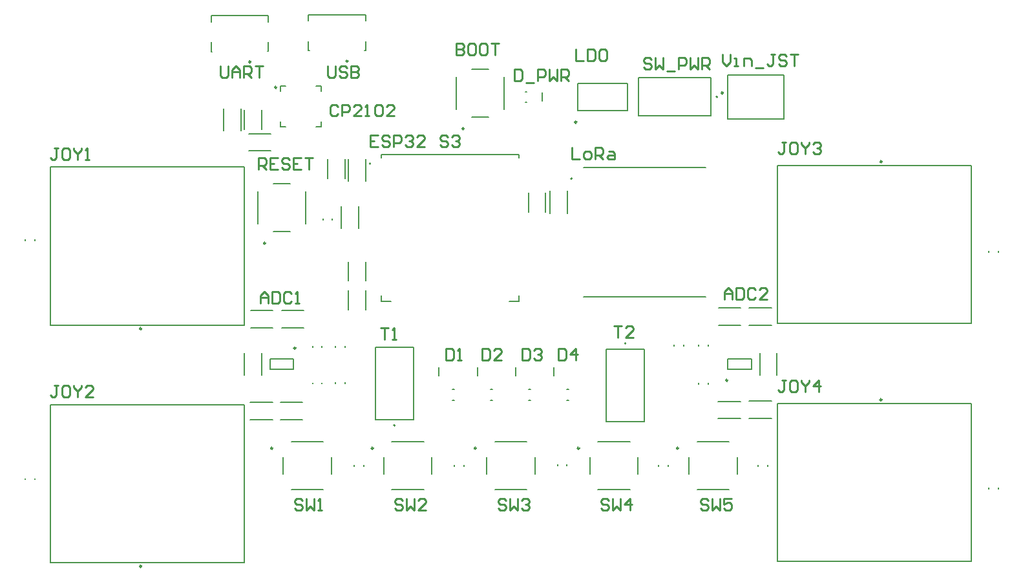
<source format=gto>
G04*
G04 #@! TF.GenerationSoftware,Altium Limited,Altium Designer,25.2.1 (25)*
G04*
G04 Layer_Color=65535*
%FSLAX44Y44*%
%MOMM*%
G71*
G04*
G04 #@! TF.SameCoordinates,47AF1686-E751-4D8C-A91A-F2C49F431613*
G04*
G04*
G04 #@! TF.FilePolarity,Positive*
G04*
G01*
G75*
%ADD10C,0.2500*%
%ADD11C,0.2000*%
%ADD12C,0.1270*%
%ADD13C,0.2540*%
%ADD14R,0.2000X1.2000*%
D10*
X329250Y695750D02*
G03*
X329250Y695750I-1250J0D01*
G01*
X456750Y696750D02*
G03*
X456750Y696750I-1250J0D01*
G01*
X363250Y662500D02*
G03*
X363250Y662500I-1250J0D01*
G01*
X608750Y608500D02*
G03*
X608750Y608500I-1250J0D01*
G01*
X348750Y458500D02*
G03*
X348750Y458500I-1250J0D01*
G01*
X954250Y279000D02*
G03*
X954250Y279000I-1250J0D01*
G01*
X889750Y190000D02*
G03*
X889750Y190000I-1250J0D01*
G01*
X759750Y190000D02*
G03*
X759750Y190000I-1250J0D01*
G01*
X624750D02*
G03*
X624750Y190000I-1250J0D01*
G01*
X489750D02*
G03*
X489750Y190000I-1250J0D01*
G01*
X358169Y190000D02*
G03*
X358169Y190000I-1250J0D01*
G01*
X1156250Y565250D02*
G03*
X1156250Y565250I-1250J0D01*
G01*
X186250Y346500D02*
G03*
X186250Y346500I-1250J0D01*
G01*
Y35500D02*
G03*
X186250Y35500I-1250J0D01*
G01*
X948290Y655250D02*
G03*
X948290Y655250I-1250J0D01*
G01*
X388250Y321000D02*
G03*
X388250Y321000I-1250J0D01*
G01*
X756250Y617050D02*
G03*
X756250Y617050I-1250J0D01*
G01*
X1156250Y253500D02*
G03*
X1156250Y253500I-1250J0D01*
G01*
D11*
X486550Y562600D02*
G03*
X486550Y562600I-1000J0D01*
G01*
X941000Y650000D02*
G03*
X941000Y650000I-1000J0D01*
G01*
X518500Y220000D02*
G03*
X518500Y220000I-1000J0D01*
G01*
X821000Y327500D02*
G03*
X821000Y327500I-1000J0D01*
G01*
X750545Y542956D02*
G03*
X750545Y542956I-1000J0D01*
G01*
X277550Y756499D02*
X352450D01*
X277547Y748380D02*
Y756500D01*
Y709500D02*
Y721620D01*
Y709500D02*
X278850D01*
X351140Y709547D02*
X352453D01*
Y721620D01*
X352450Y748380D02*
Y756499D01*
X480010Y539536D02*
Y568698D01*
X457448Y539536D02*
Y568698D01*
X447898Y477851D02*
Y507012D01*
X470460Y477851D02*
Y507012D01*
X452908Y543048D02*
Y568210D01*
X430408Y543048D02*
Y568210D01*
X343781Y285419D02*
Y314581D01*
X321219Y285419D02*
Y314581D01*
X480010Y371723D02*
Y396885D01*
X457510Y371723D02*
Y396885D01*
Y409114D02*
Y434276D01*
X480010Y409114D02*
Y434276D01*
X369584Y347581D02*
X398746D01*
X369584Y370143D02*
X398746D01*
X326414Y601879D02*
X355576D01*
X326414Y579317D02*
X355576D01*
X329052Y370143D02*
X358214D01*
X329052Y347581D02*
X358214D01*
X328540Y249906D02*
X357702D01*
X328540Y227344D02*
X357702D01*
X367982D02*
X397144D01*
X367982Y249906D02*
X397144D01*
X941615Y251242D02*
X970777D01*
X941615Y228680D02*
X970777D01*
X982298Y229160D02*
X1011460D01*
X982298Y251722D02*
X1011460D01*
X982298Y351000D02*
X1011460D01*
X982298Y373562D02*
X1011460D01*
X942298D02*
X971460D01*
X942298Y351000D02*
X971460D01*
X996219Y285419D02*
Y314581D01*
X1018781Y285419D02*
Y314581D01*
X744005Y497731D02*
Y526893D01*
X721443Y497731D02*
Y526893D01*
X293719Y605419D02*
Y634581D01*
X316281Y605419D02*
Y634581D01*
X343750Y607419D02*
Y632581D01*
X321250Y607419D02*
Y632581D01*
X436250Y489274D02*
Y490726D01*
X423750Y489274D02*
Y490726D01*
X440338Y275022D02*
Y276474D01*
X452838Y275022D02*
Y276474D01*
X410338Y274513D02*
Y275965D01*
X422838Y274513D02*
Y275965D01*
X440338Y322522D02*
Y323974D01*
X452838Y322522D02*
Y323974D01*
X422838Y322522D02*
Y323974D01*
X410338Y322522D02*
Y323974D01*
X1296250Y136774D02*
Y138226D01*
X1308750Y136774D02*
Y138226D01*
X1308750Y446774D02*
Y448226D01*
X1296250Y446774D02*
Y448226D01*
X46250Y149274D02*
Y150726D01*
X33750Y149274D02*
Y150726D01*
X46250Y461774D02*
Y463226D01*
X33750Y461774D02*
Y463226D01*
X896250Y324274D02*
Y325726D01*
X883750Y324274D02*
Y325726D01*
X928750Y324274D02*
Y325726D01*
X916250Y324274D02*
Y325726D01*
Y273765D02*
Y275217D01*
X928750Y273765D02*
Y275217D01*
X688750Y643000D02*
X691250D01*
X688750Y657000D02*
X691250D01*
X593750Y253000D02*
X596250D01*
X593750Y267000D02*
X596250D01*
X477169Y166774D02*
Y168226D01*
X464669Y166774D02*
Y168226D01*
X608750Y166774D02*
Y168226D01*
X596250Y166774D02*
Y168226D01*
X643750Y267000D02*
X646250D01*
X643750Y253000D02*
X646250D01*
X731250Y167283D02*
Y168735D01*
X743750Y167283D02*
Y168735D01*
X876250Y166774D02*
Y168226D01*
X863750Y166774D02*
Y168226D01*
X693750Y267000D02*
X696250D01*
X693750Y253000D02*
X696250D01*
X1006250Y166774D02*
Y168226D01*
X993750Y166774D02*
Y168226D01*
X479950Y749380D02*
Y757499D01*
X479953Y710547D02*
Y722620D01*
X478640Y710547D02*
X479953D01*
X405047Y710500D02*
X406350D01*
X405047Y710500D02*
Y722620D01*
Y749380D02*
Y757500D01*
X405050Y757499D02*
X479950D01*
X743750Y267000D02*
X746250D01*
X743750Y253000D02*
X746250D01*
X368500Y611000D02*
X375000D01*
X368500D02*
Y617500D01*
X415000Y611000D02*
X421500D01*
Y617500D01*
Y657500D02*
Y664000D01*
X415000D02*
X421500D01*
X368500D02*
X375000D01*
X368500Y657500D02*
Y664000D01*
X619000Y623500D02*
X641000D01*
X661500Y634000D02*
Y676000D01*
X619000Y686500D02*
X641000D01*
X598500Y634000D02*
Y676000D01*
X359000Y473500D02*
X381000D01*
X401500Y484000D02*
Y526000D01*
X359000Y536500D02*
X381000D01*
X338500Y484000D02*
Y526000D01*
X954500Y293000D02*
X985500D01*
X954500Y307000D02*
X985500D01*
X954500Y293000D02*
Y307000D01*
X985500Y293000D02*
Y307000D01*
X914000Y199000D02*
X956000D01*
X966500Y156500D02*
Y178500D01*
X914000Y136000D02*
X956000D01*
X903500Y156500D02*
Y178500D01*
X784000Y199000D02*
X826000D01*
X836500Y156500D02*
Y178500D01*
X784000Y136000D02*
X826000D01*
X773500Y156500D02*
Y178500D01*
X649000Y199000D02*
X691000D01*
X701500Y156500D02*
Y178500D01*
X649000Y136000D02*
X691000D01*
X638500Y156500D02*
Y178500D01*
X514000Y199000D02*
X556000D01*
X566500Y156500D02*
Y178500D01*
X514000Y136000D02*
X556000D01*
X503500Y156500D02*
Y178500D01*
X382419Y199000D02*
X424419D01*
X434919Y156500D02*
Y178500D01*
X382419Y136000D02*
X424419D01*
X371919Y156500D02*
Y178500D01*
X715555Y499348D02*
Y524510D01*
X693055Y499348D02*
Y524510D01*
X1019500Y353500D02*
X1273500D01*
Y560500D01*
X1019500D02*
X1273500D01*
X1019500Y353500D02*
Y560500D01*
X66500Y558250D02*
X320500D01*
X66500Y351250D02*
Y558250D01*
Y351250D02*
X320500D01*
Y558250D01*
X66500Y247250D02*
X320500D01*
X66500Y40250D02*
Y247250D01*
Y40250D02*
X320500D01*
Y247250D01*
X953790Y621250D02*
Y678750D01*
Y621250D02*
X1027790D01*
Y678750D01*
X953790D02*
X1027790D01*
X354500Y293000D02*
Y307000D01*
X385500Y293000D02*
Y307000D01*
X354500Y293000D02*
X385500D01*
X354500Y307000D02*
X385500D01*
X757475Y632475D02*
X822525D01*
Y667525D01*
X757475D02*
X822525D01*
X757475Y632475D02*
Y667525D01*
X1019500Y41750D02*
X1273500D01*
Y248750D01*
X1019500D02*
X1273500D01*
X1019500Y41750D02*
Y248750D01*
D12*
X680550Y570300D02*
Y574500D01*
Y382500D02*
Y389800D01*
X500550Y382500D02*
X513000D01*
X668100D02*
X680550D01*
X500550Y570300D02*
Y574500D01*
Y382500D02*
Y389800D01*
Y574500D02*
X680550D01*
X837500Y625000D02*
Y675000D01*
Y625000D02*
X932500D01*
Y675000D01*
X837500D02*
X932500D01*
X492500Y322500D02*
X542500D01*
X492500Y227500D02*
Y322500D01*
Y227500D02*
X542500D01*
Y322500D01*
X795000Y225000D02*
X845000D01*
Y320000D01*
X795000D02*
X845000D01*
X795000Y225000D02*
Y320000D01*
X765305Y557956D02*
X925305D01*
X765305Y387956D02*
X925305D01*
D13*
X685040Y320275D02*
Y305040D01*
X692657D01*
X695197Y307579D01*
Y317736D01*
X692657Y320275D01*
X685040D01*
X700275Y317736D02*
X702814Y320275D01*
X707893D01*
X710432Y317736D01*
Y315197D01*
X707893Y312658D01*
X705353D01*
X707893D01*
X710432Y310118D01*
Y307579D01*
X707893Y305040D01*
X702814D01*
X700275Y307579D01*
X585040Y320275D02*
Y305040D01*
X592658D01*
X595197Y307579D01*
Y317736D01*
X592658Y320275D01*
X585040D01*
X600275Y305040D02*
X605353D01*
X602814D01*
Y320275D01*
X600275Y317736D01*
X289569Y690117D02*
Y677422D01*
X292108Y674883D01*
X297187D01*
X299726Y677422D01*
Y690117D01*
X304804Y674883D02*
Y685039D01*
X309883Y690117D01*
X314961Y685039D01*
Y674883D01*
Y682500D01*
X304804D01*
X320039Y674883D02*
Y690117D01*
X327657D01*
X330196Y687578D01*
Y682500D01*
X327657Y679961D01*
X320039D01*
X325117D02*
X330196Y674883D01*
X335274Y690117D02*
X345431D01*
X340353D01*
Y674883D01*
X443260Y637578D02*
X440721Y640117D01*
X435643D01*
X433104Y637578D01*
Y627422D01*
X435643Y624883D01*
X440721D01*
X443260Y627422D01*
X448339Y624883D02*
Y640117D01*
X455956D01*
X458495Y637578D01*
Y632500D01*
X455956Y629961D01*
X448339D01*
X473730Y624883D02*
X463574D01*
X473730Y635039D01*
Y637578D01*
X471191Y640117D01*
X466113D01*
X463574Y637578D01*
X478809Y624883D02*
X483887D01*
X481348D01*
Y640117D01*
X478809Y637578D01*
X491505D02*
X494044Y640117D01*
X499122D01*
X501661Y637578D01*
Y627422D01*
X499122Y624883D01*
X494044D01*
X491505Y627422D01*
Y637578D01*
X516897Y624883D02*
X506740D01*
X516897Y635039D01*
Y637578D01*
X514357Y640117D01*
X509279D01*
X506740Y637578D01*
X598932Y720085D02*
Y704850D01*
X606549D01*
X609089Y707389D01*
Y709928D01*
X606549Y712467D01*
X598932D01*
X606549D01*
X609089Y715007D01*
Y717546D01*
X606549Y720085D01*
X598932D01*
X621785D02*
X616706D01*
X614167Y717546D01*
Y707389D01*
X616706Y704850D01*
X621785D01*
X624324Y707389D01*
Y717546D01*
X621785Y720085D01*
X637020D02*
X631941D01*
X629402Y717546D01*
Y707389D01*
X631941Y704850D01*
X637020D01*
X639559Y707389D01*
Y717546D01*
X637020Y720085D01*
X644637D02*
X654794D01*
X649716D01*
Y704850D01*
X496323Y600057D02*
X486166D01*
Y584822D01*
X496323D01*
X486166Y592439D02*
X491244D01*
X511558Y597518D02*
X509019Y600057D01*
X503940D01*
X501401Y597518D01*
Y594979D01*
X503940Y592439D01*
X509019D01*
X511558Y589900D01*
Y587361D01*
X509019Y584822D01*
X503940D01*
X501401Y587361D01*
X516636Y584822D02*
Y600057D01*
X524254D01*
X526793Y597518D01*
Y592439D01*
X524254Y589900D01*
X516636D01*
X531871Y597518D02*
X534410Y600057D01*
X539489D01*
X542028Y597518D01*
Y594979D01*
X539489Y592439D01*
X536950D01*
X539489D01*
X542028Y589900D01*
Y587361D01*
X539489Y584822D01*
X534410D01*
X531871Y587361D01*
X557263Y584822D02*
X547106D01*
X557263Y594979D01*
Y597518D01*
X554724Y600057D01*
X549646D01*
X547106Y597518D01*
X587733D02*
X585194Y600057D01*
X580116D01*
X577576Y597518D01*
Y594979D01*
X580116Y592439D01*
X585194D01*
X587733Y589900D01*
Y587361D01*
X585194Y584822D01*
X580116D01*
X577576Y587361D01*
X592812Y597518D02*
X595351Y600057D01*
X600429D01*
X602968Y597518D01*
Y594979D01*
X600429Y592439D01*
X597890D01*
X600429D01*
X602968Y589900D01*
Y587361D01*
X600429Y584822D01*
X595351D01*
X592812Y587361D01*
X947166Y706115D02*
Y695958D01*
X952244Y690880D01*
X957323Y695958D01*
Y706115D01*
X962401Y690880D02*
X967479D01*
X964940D01*
Y701037D01*
X962401D01*
X975097Y690880D02*
Y701037D01*
X982714D01*
X985254Y698497D01*
Y690880D01*
X990332Y688341D02*
X1000489D01*
X1015724Y706115D02*
X1010646D01*
X1013185D01*
Y693419D01*
X1010646Y690880D01*
X1008106D01*
X1005567Y693419D01*
X1030959Y703576D02*
X1028420Y706115D01*
X1023341D01*
X1020802Y703576D01*
Y701037D01*
X1023341Y698497D01*
X1028420D01*
X1030959Y695958D01*
Y693419D01*
X1028420Y690880D01*
X1023341D01*
X1020802Y693419D01*
X1036037Y706115D02*
X1046194D01*
X1041116D01*
Y690880D01*
X429687Y690117D02*
Y677422D01*
X432226Y674883D01*
X437304D01*
X439843Y677422D01*
Y690117D01*
X455078Y687578D02*
X452539Y690117D01*
X447461D01*
X444922Y687578D01*
Y685039D01*
X447461Y682500D01*
X452539D01*
X455078Y679961D01*
Y677422D01*
X452539Y674883D01*
X447461D01*
X444922Y677422D01*
X460157Y690117D02*
Y674883D01*
X467774D01*
X470313Y677422D01*
Y679961D01*
X467774Y682500D01*
X460157D01*
X467774D01*
X470313Y685039D01*
Y687578D01*
X467774Y690117D01*
X460157D01*
X854491Y698848D02*
X851952Y701387D01*
X846873D01*
X844334Y698848D01*
Y696309D01*
X846873Y693770D01*
X851952D01*
X854491Y691230D01*
Y688691D01*
X851952Y686152D01*
X846873D01*
X844334Y688691D01*
X859569Y701387D02*
Y686152D01*
X864647Y691230D01*
X869726Y686152D01*
Y701387D01*
X874804Y683613D02*
X884961D01*
X890039Y686152D02*
Y701387D01*
X897657D01*
X900196Y698848D01*
Y693770D01*
X897657Y691230D01*
X890039D01*
X905274Y701387D02*
Y686152D01*
X910353Y691230D01*
X915431Y686152D01*
Y701387D01*
X920509Y686152D02*
Y701387D01*
X928127D01*
X930666Y698848D01*
Y693770D01*
X928127Y691230D01*
X920509D01*
X925588D02*
X930666Y686152D01*
X928649Y121230D02*
X926110Y123769D01*
X921031D01*
X918492Y121230D01*
Y118691D01*
X921031Y116152D01*
X926110D01*
X928649Y113612D01*
Y111073D01*
X926110Y108534D01*
X921031D01*
X918492Y111073D01*
X933727Y123769D02*
Y108534D01*
X938805Y113612D01*
X943884Y108534D01*
Y123769D01*
X959119D02*
X948962D01*
Y116152D01*
X954041Y118691D01*
X956580D01*
X959119Y116152D01*
Y111073D01*
X956580Y108534D01*
X951501D01*
X948962Y111073D01*
X798611Y121344D02*
X796071Y123883D01*
X790993D01*
X788454Y121344D01*
Y118805D01*
X790993Y116265D01*
X796071D01*
X798611Y113726D01*
Y111187D01*
X796071Y108648D01*
X790993D01*
X788454Y111187D01*
X803689Y123883D02*
Y108648D01*
X808767Y113726D01*
X813846Y108648D01*
Y123883D01*
X826542Y108648D02*
Y123883D01*
X818924Y116265D01*
X829081D01*
X663737Y121344D02*
X661198Y123883D01*
X656119D01*
X653580Y121344D01*
Y118805D01*
X656119Y116265D01*
X661198D01*
X663737Y113726D01*
Y111187D01*
X661198Y108648D01*
X656119D01*
X653580Y111187D01*
X668815Y123883D02*
Y108648D01*
X673893Y113726D01*
X678972Y108648D01*
Y123883D01*
X684050Y121344D02*
X686589Y123883D01*
X691668D01*
X694207Y121344D01*
Y118805D01*
X691668Y116265D01*
X689128D01*
X691668D01*
X694207Y113726D01*
Y111187D01*
X691668Y108648D01*
X686589D01*
X684050Y111187D01*
X528609Y121344D02*
X526069Y123883D01*
X520991D01*
X518452Y121344D01*
Y118805D01*
X520991Y116265D01*
X526069D01*
X528609Y113726D01*
Y111187D01*
X526069Y108648D01*
X520991D01*
X518452Y111187D01*
X533687Y123883D02*
Y108648D01*
X538765Y113726D01*
X543844Y108648D01*
Y123883D01*
X559079Y108648D02*
X548922D01*
X559079Y118805D01*
Y121344D01*
X556540Y123883D01*
X551461D01*
X548922Y121344D01*
X397027Y121230D02*
X394488Y123769D01*
X389409D01*
X386870Y121230D01*
Y118691D01*
X389409Y116152D01*
X394488D01*
X397027Y113612D01*
Y111073D01*
X394488Y108534D01*
X389409D01*
X386870Y111073D01*
X402105Y123769D02*
Y108534D01*
X407183Y113612D01*
X412262Y108534D01*
Y123769D01*
X417340Y108534D02*
X422419D01*
X419879D01*
Y123769D01*
X417340Y121230D01*
X804804Y350117D02*
X814961D01*
X809883D01*
Y334883D01*
X830196D02*
X820039D01*
X830196Y345039D01*
Y347578D01*
X827657Y350117D01*
X822578D01*
X820039Y347578D01*
X499843Y347617D02*
X510000D01*
X504922D01*
Y332383D01*
X515078D02*
X520157D01*
X517618D01*
Y347617D01*
X515078Y345078D01*
X339090Y554990D02*
Y570225D01*
X346707D01*
X349247Y567686D01*
Y562607D01*
X346707Y560068D01*
X339090D01*
X344168D02*
X349247Y554990D01*
X364482Y570225D02*
X354325D01*
Y554990D01*
X364482D01*
X354325Y562607D02*
X359403D01*
X379717Y567686D02*
X377178Y570225D01*
X372099D01*
X369560Y567686D01*
Y565147D01*
X372099Y562607D01*
X377178D01*
X379717Y560068D01*
Y557529D01*
X377178Y554990D01*
X372099D01*
X369560Y557529D01*
X394952Y570225D02*
X384795D01*
Y554990D01*
X394952D01*
X384795Y562607D02*
X389874D01*
X400030Y570225D02*
X410187D01*
X405109D01*
Y554990D01*
X750062Y583687D02*
Y568452D01*
X760219D01*
X767836D02*
X772915D01*
X775454Y570991D01*
Y576069D01*
X772915Y578609D01*
X767836D01*
X765297Y576069D01*
Y570991D01*
X767836Y568452D01*
X780532D02*
Y583687D01*
X788150D01*
X790689Y581148D01*
Y576069D01*
X788150Y573530D01*
X780532D01*
X785611D02*
X790689Y568452D01*
X798306Y578609D02*
X803385D01*
X805924Y576069D01*
Y568452D01*
X798306D01*
X795767Y570991D01*
X798306Y573530D01*
X805924D01*
X755142Y712719D02*
Y697484D01*
X765299D01*
X770377Y712719D02*
Y697484D01*
X777995D01*
X780534Y700023D01*
Y710180D01*
X777995Y712719D01*
X770377D01*
X793230D02*
X788151D01*
X785612Y710180D01*
Y700023D01*
X788151Y697484D01*
X793230D01*
X795769Y700023D01*
Y710180D01*
X793230Y712719D01*
X1030231Y278747D02*
X1025152D01*
X1027691D01*
Y266051D01*
X1025152Y263512D01*
X1022613D01*
X1020074Y266051D01*
X1042927Y278747D02*
X1037848D01*
X1035309Y276208D01*
Y266051D01*
X1037848Y263512D01*
X1042927D01*
X1045466Y266051D01*
Y276208D01*
X1042927Y278747D01*
X1050544D02*
Y276208D01*
X1055622Y271129D01*
X1060701Y276208D01*
Y278747D01*
X1055622Y271129D02*
Y263512D01*
X1073397D02*
Y278747D01*
X1065779Y271129D01*
X1075936D01*
X1030231Y590659D02*
X1025152D01*
X1027691D01*
Y577963D01*
X1025152Y575424D01*
X1022613D01*
X1020074Y577963D01*
X1042927Y590659D02*
X1037848D01*
X1035309Y588120D01*
Y577963D01*
X1037848Y575424D01*
X1042927D01*
X1045466Y577963D01*
Y588120D01*
X1042927Y590659D01*
X1050544D02*
Y588120D01*
X1055622Y583041D01*
X1060701Y588120D01*
Y590659D01*
X1055622Y583041D02*
Y575424D01*
X1065779Y588120D02*
X1068318Y590659D01*
X1073397D01*
X1075936Y588120D01*
Y585581D01*
X1073397Y583041D01*
X1070857D01*
X1073397D01*
X1075936Y580502D01*
Y577963D01*
X1073397Y575424D01*
X1068318D01*
X1065779Y577963D01*
X77223Y272143D02*
X72144D01*
X74683D01*
Y259447D01*
X72144Y256908D01*
X69605D01*
X67066Y259447D01*
X89919Y272143D02*
X84840D01*
X82301Y269604D01*
Y259447D01*
X84840Y256908D01*
X89919D01*
X92458Y259447D01*
Y269604D01*
X89919Y272143D01*
X97536D02*
Y269604D01*
X102614Y264526D01*
X107693Y269604D01*
Y272143D01*
X102614Y264526D02*
Y256908D01*
X122928D02*
X112771D01*
X122928Y267065D01*
Y269604D01*
X120389Y272143D01*
X115310D01*
X112771Y269604D01*
X77223Y583039D02*
X72144D01*
X74683D01*
Y570343D01*
X72144Y567804D01*
X69605D01*
X67066Y570343D01*
X89919Y583039D02*
X84840D01*
X82301Y580500D01*
Y570343D01*
X84840Y567804D01*
X89919D01*
X92458Y570343D01*
Y580500D01*
X89919Y583039D01*
X97536D02*
Y580500D01*
X102614Y575421D01*
X107693Y580500D01*
Y583039D01*
X102614Y575421D02*
Y567804D01*
X112771D02*
X117850D01*
X115310D01*
Y583039D01*
X112771Y580500D01*
X674452Y686387D02*
Y671152D01*
X682069D01*
X684608Y673691D01*
Y683848D01*
X682069Y686387D01*
X674452D01*
X689687Y668613D02*
X699843D01*
X704922Y671152D02*
Y686387D01*
X712539D01*
X715078Y683848D01*
Y678770D01*
X712539Y676230D01*
X704922D01*
X720157Y686387D02*
Y671152D01*
X725235Y676230D01*
X730313Y671152D01*
Y686387D01*
X735392Y671152D02*
Y686387D01*
X743009D01*
X745548Y683848D01*
Y678770D01*
X743009Y676230D01*
X735392D01*
X740470D02*
X745548Y671152D01*
X732304Y320117D02*
Y304883D01*
X739922D01*
X742461Y307422D01*
Y317578D01*
X739922Y320117D01*
X732304D01*
X755157Y304883D02*
Y320117D01*
X747539Y312500D01*
X757696D01*
X632304Y320117D02*
Y304883D01*
X639922D01*
X642461Y307422D01*
Y317578D01*
X639922Y320117D01*
X632304D01*
X657696Y304883D02*
X647539D01*
X657696Y315039D01*
Y317578D01*
X655157Y320117D01*
X650078D01*
X647539Y317578D01*
X949569Y384883D02*
Y395039D01*
X954647Y400117D01*
X959726Y395039D01*
Y384883D01*
Y392500D01*
X949569D01*
X964804Y400117D02*
Y384883D01*
X972422D01*
X974961Y387422D01*
Y397578D01*
X972422Y400117D01*
X964804D01*
X990196Y397578D02*
X987657Y400117D01*
X982578D01*
X980039Y397578D01*
Y387422D01*
X982578Y384883D01*
X987657D01*
X990196Y387422D01*
X1005431Y384883D02*
X995274D01*
X1005431Y395039D01*
Y397578D01*
X1002892Y400117D01*
X997813D01*
X995274Y397578D01*
X342108Y379883D02*
Y390039D01*
X347187Y395117D01*
X352265Y390039D01*
Y379883D01*
Y387500D01*
X342108D01*
X357343Y395117D02*
Y379883D01*
X364961D01*
X367500Y382422D01*
Y392578D01*
X364961Y395117D01*
X357343D01*
X382735Y392578D02*
X380196Y395117D01*
X375118D01*
X372578Y392578D01*
Y382422D01*
X375118Y379883D01*
X380196D01*
X382735Y382422D01*
X387813Y379883D02*
X392892D01*
X390353D01*
Y395117D01*
X387813Y392578D01*
D14*
X576000Y290000D02*
D03*
X676500D02*
D03*
X726500D02*
D03*
X626500D02*
D03*
X711001Y650000D02*
D03*
M02*

</source>
